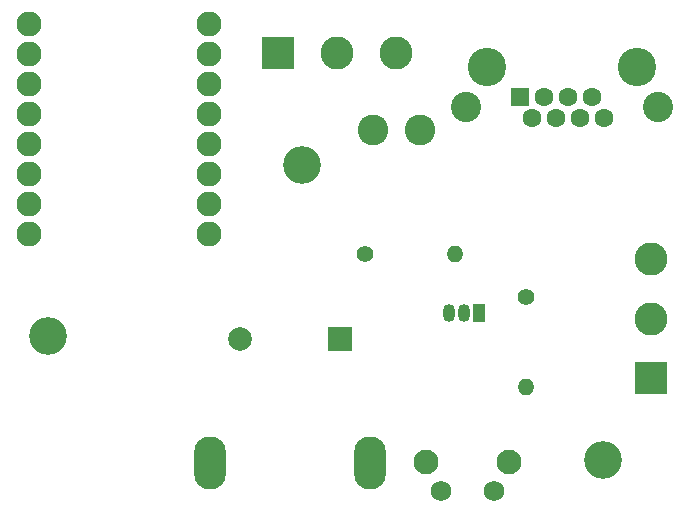
<source format=gbr>
%TF.GenerationSoftware,KiCad,Pcbnew,8.0.6*%
%TF.CreationDate,2025-03-17T22:04:28-06:00*%
%TF.ProjectId,Eli-Neopixel,456c692d-4e65-46f7-9069-78656c2e6b69,rev?*%
%TF.SameCoordinates,Original*%
%TF.FileFunction,Soldermask,Top*%
%TF.FilePolarity,Negative*%
%FSLAX46Y46*%
G04 Gerber Fmt 4.6, Leading zero omitted, Abs format (unit mm)*
G04 Created by KiCad (PCBNEW 8.0.6) date 2025-03-17 22:04:28*
%MOMM*%
%LPD*%
G01*
G04 APERTURE LIST*
G04 Aperture macros list*
%AMRoundRect*
0 Rectangle with rounded corners*
0 $1 Rounding radius*
0 $2 $3 $4 $5 $6 $7 $8 $9 X,Y pos of 4 corners*
0 Add a 4 corners polygon primitive as box body*
4,1,4,$2,$3,$4,$5,$6,$7,$8,$9,$2,$3,0*
0 Add four circle primitives for the rounded corners*
1,1,$1+$1,$2,$3*
1,1,$1+$1,$4,$5*
1,1,$1+$1,$6,$7*
1,1,$1+$1,$8,$9*
0 Add four rect primitives between the rounded corners*
20,1,$1+$1,$2,$3,$4,$5,0*
20,1,$1+$1,$4,$5,$6,$7,0*
20,1,$1+$1,$6,$7,$8,$9,0*
20,1,$1+$1,$8,$9,$2,$3,0*%
G04 Aperture macros list end*
%ADD10C,1.750000*%
%ADD11C,2.100000*%
%ADD12C,2.600000*%
%ADD13C,2.109000*%
%ADD14R,2.800000X2.800000*%
%ADD15C,2.800000*%
%ADD16C,1.400000*%
%ADD17O,1.400000X1.400000*%
%ADD18C,3.200000*%
%ADD19R,2.000000X2.000000*%
%ADD20O,2.720000X4.500000*%
%ADD21C,2.000000*%
%ADD22C,2.559000*%
%ADD23C,1.602000*%
%ADD24RoundRect,0.102000X0.699000X0.699000X-0.699000X0.699000X-0.699000X-0.699000X0.699000X-0.699000X0*%
%ADD25C,3.250000*%
%ADD26R,1.050000X1.500000*%
%ADD27O,1.050000X1.500000*%
G04 APERTURE END LIST*
D10*
%TO.C,SW1*%
X157775000Y-88137500D03*
X162275000Y-88137500D03*
D11*
X156515000Y-85647500D03*
X163525000Y-85647500D03*
%TD*%
D12*
%TO.C,PWR_ON1*%
X156000000Y-57500000D03*
%TD*%
D13*
%TO.C,U1*%
X138120000Y-51140000D03*
X122880000Y-66380000D03*
X122880000Y-63840000D03*
X122880000Y-61300000D03*
X122880000Y-58760000D03*
X122880000Y-56220000D03*
X122880000Y-53680000D03*
X122880000Y-51140000D03*
X138120000Y-48600000D03*
X122880000Y-48600000D03*
X138120000Y-56220000D03*
X138120000Y-53680000D03*
X138120000Y-58760000D03*
X138120000Y-61300000D03*
X138120000Y-63840000D03*
X138120000Y-66380000D03*
%TD*%
D14*
%TO.C,NeopixelInterface1*%
X175595000Y-78500000D03*
D15*
X175595000Y-73500000D03*
X175595000Y-68500000D03*
%TD*%
D16*
%TO.C,R1*%
X165000000Y-71690000D03*
D17*
X165000000Y-79310000D03*
%TD*%
D18*
%TO.C,H1*%
X124500000Y-75000000D03*
%TD*%
%TO.C,H2*%
X146000000Y-60500000D03*
%TD*%
%TO.C,H3*%
X171500000Y-85500000D03*
%TD*%
D19*
%TO.C,RV1*%
X149250000Y-75250000D03*
D20*
X151750000Y-85750000D03*
X138250000Y-85750000D03*
D21*
X140750000Y-75250000D03*
%TD*%
D22*
%TO.C,J1*%
X176150000Y-55610000D03*
X159890000Y-55610000D03*
D23*
X171580000Y-56500000D03*
X170560000Y-54720000D03*
X169540000Y-56500000D03*
X168520000Y-54720000D03*
X167500000Y-56500000D03*
X166480000Y-54720000D03*
X165460000Y-56500000D03*
D24*
X164440000Y-54720000D03*
D25*
X161670000Y-52180000D03*
X174370000Y-52180000D03*
%TD*%
D12*
%TO.C,GND1*%
X152000000Y-57500000D03*
%TD*%
D14*
%TO.C,PSU1*%
X144000000Y-51000000D03*
D15*
X149000000Y-51000000D03*
X154000000Y-51000000D03*
%TD*%
D16*
%TO.C,R2*%
X151380000Y-68000000D03*
D17*
X159000000Y-68000000D03*
%TD*%
D26*
%TO.C,Q1*%
X161000000Y-73000000D03*
D27*
X159730000Y-73000000D03*
X158460000Y-73000000D03*
%TD*%
M02*

</source>
